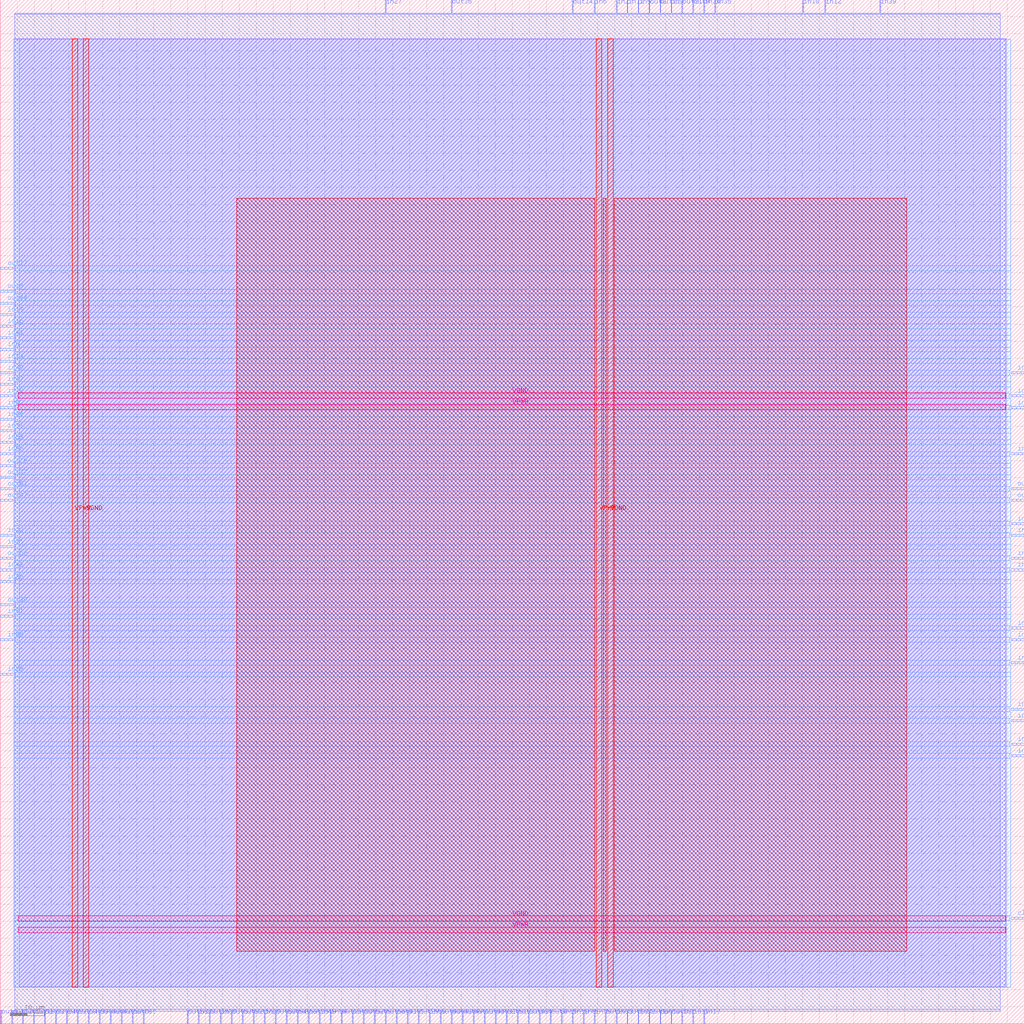
<source format=lef>
VERSION 5.7 ;
  NOWIREEXTENSIONATPIN ON ;
  DIVIDERCHAR "/" ;
  BUSBITCHARS "[]" ;
MACRO netlist_0
  CLASS BLOCK ;
  FOREIGN netlist_0 ;
  ORIGIN 0.000 0.000 ;
  SIZE 300.000 BY 300.000 ;
  PIN VGND
    DIRECTION INOUT ;
    USE GROUND ;
    PORT
      LAYER met4 ;
        RECT 24.340 10.640 25.940 288.560 ;
    END
    PORT
      LAYER met4 ;
        RECT 177.940 10.640 179.540 288.560 ;
    END
    PORT
      LAYER met5 ;
        RECT 5.280 30.030 294.640 31.630 ;
    END
    PORT
      LAYER met5 ;
        RECT 5.280 183.210 294.640 184.810 ;
    END
  END VGND
  PIN VPWR
    DIRECTION INOUT ;
    USE POWER ;
    PORT
      LAYER met4 ;
        RECT 21.040 10.640 22.640 288.560 ;
    END
    PORT
      LAYER met4 ;
        RECT 174.640 10.640 176.240 288.560 ;
    END
    PORT
      LAYER met5 ;
        RECT 5.280 26.730 294.640 28.330 ;
    END
    PORT
      LAYER met5 ;
        RECT 5.280 179.910 294.640 181.510 ;
    END
  END VPWR
  PIN clk
    DIRECTION INPUT ;
    USE SIGNAL ;
    ANTENNAGATEAREA 0.852000 ;
    ANTENNADIFFAREA 0.434700 ;
    PORT
      LAYER met3 ;
        RECT 296.000 30.640 300.000 31.240 ;
    END
  END clk
  PIN in0
    DIRECTION INPUT ;
    USE SIGNAL ;
    ANTENNAGATEAREA 0.247500 ;
    ANTENNADIFFAREA 0.434700 ;
    PORT
      LAYER met3 ;
        RECT 0.000 197.240 4.000 197.840 ;
    END
  END in0
  PIN in1
    DIRECTION INPUT ;
    USE SIGNAL ;
    ANTENNAGATEAREA 0.426000 ;
    ANTENNADIFFAREA 0.434700 ;
    PORT
      LAYER met3 ;
        RECT 296.000 88.440 300.000 89.040 ;
    END
  END in1
  PIN in10
    DIRECTION INPUT ;
    USE SIGNAL ;
    ANTENNAGATEAREA 0.247500 ;
    ANTENNADIFFAREA 0.434700 ;
    PORT
      LAYER met3 ;
        RECT 296.000 91.840 300.000 92.440 ;
    END
  END in10
  PIN in11
    DIRECTION INPUT ;
    USE SIGNAL ;
    ANTENNAGATEAREA 0.247500 ;
    ANTENNADIFFAREA 0.434700 ;
    PORT
      LAYER met2 ;
        RECT 183.630 296.000 183.910 300.000 ;
    END
  END in11
  PIN in12
    DIRECTION INPUT ;
    USE SIGNAL ;
    ANTENNAGATEAREA 0.247500 ;
    ANTENNADIFFAREA 0.434700 ;
    PORT
      LAYER met2 ;
        RECT 241.590 296.000 241.870 300.000 ;
    END
  END in12
  PIN in13
    DIRECTION INPUT ;
    USE SIGNAL ;
    ANTENNAGATEAREA 0.495000 ;
    ANTENNADIFFAREA 0.434700 ;
    PORT
      LAYER met3 ;
        RECT 0.000 207.440 4.000 208.040 ;
    END
  END in13
  PIN in14
    DIRECTION INPUT ;
    USE SIGNAL ;
    ANTENNAGATEAREA 0.426000 ;
    ANTENNADIFFAREA 0.434700 ;
    PORT
      LAYER met3 ;
        RECT 0.000 193.840 4.000 194.440 ;
    END
  END in14
  PIN in15
    DIRECTION INPUT ;
    USE SIGNAL ;
    ANTENNAGATEAREA 0.213000 ;
    ANTENNADIFFAREA 0.434700 ;
    PORT
      LAYER met2 ;
        RECT 173.970 0.000 174.250 4.000 ;
    END
  END in15
  PIN in16
    DIRECTION INPUT ;
    USE SIGNAL ;
    ANTENNAGATEAREA 0.213000 ;
    ANTENNADIFFAREA 0.434700 ;
    PORT
      LAYER met3 ;
        RECT 0.000 204.040 4.000 204.640 ;
    END
  END in16
  PIN in17
    DIRECTION INPUT ;
    USE SIGNAL ;
    ANTENNAGATEAREA 0.426000 ;
    ANTENNADIFFAREA 0.434700 ;
    PORT
      LAYER met2 ;
        RECT 206.170 0.000 206.450 4.000 ;
    END
  END in17
  PIN in18
    DIRECTION INPUT ;
    USE SIGNAL ;
    ANTENNAGATEAREA 0.213000 ;
    ANTENNADIFFAREA 0.434700 ;
    PORT
      LAYER met2 ;
        RECT 235.150 296.000 235.430 300.000 ;
    END
  END in18
  PIN in19
    DIRECTION INPUT ;
    USE SIGNAL ;
    ANTENNAGATEAREA 0.213000 ;
    ANTENNADIFFAREA 0.434700 ;
    PORT
      LAYER met3 ;
        RECT 0.000 183.640 4.000 184.240 ;
    END
  END in19
  PIN in2
    DIRECTION INPUT ;
    USE SIGNAL ;
    ANTENNAGATEAREA 0.247500 ;
    ANTENNADIFFAREA 0.434700 ;
    PORT
      LAYER met2 ;
        RECT 180.410 296.000 180.690 300.000 ;
    END
  END in2
  PIN in20
    DIRECTION INPUT ;
    USE SIGNAL ;
    ANTENNAGATEAREA 0.247500 ;
    ANTENNADIFFAREA 0.434700 ;
    PORT
      LAYER met2 ;
        RECT 77.370 0.000 77.650 4.000 ;
    END
  END in20
  PIN in21
    DIRECTION INPUT ;
    USE SIGNAL ;
    ANTENNAGATEAREA 0.247500 ;
    ANTENNADIFFAREA 0.434700 ;
    PORT
      LAYER met3 ;
        RECT 296.000 166.640 300.000 167.240 ;
    END
  END in21
  PIN in22
    DIRECTION INPUT ;
    USE SIGNAL ;
    ANTENNAGATEAREA 0.213000 ;
    ANTENNADIFFAREA 0.434700 ;
    PORT
      LAYER met3 ;
        RECT 0.000 142.840 4.000 143.440 ;
    END
  END in22
  PIN in23
    DIRECTION INPUT ;
    USE SIGNAL ;
    ANTENNAGATEAREA 0.159000 ;
    ANTENNADIFFAREA 0.434700 ;
    PORT
      LAYER met2 ;
        RECT 58.050 0.000 58.330 4.000 ;
    END
  END in23
  PIN in24
    DIRECTION INPUT ;
    USE SIGNAL ;
    ANTENNAGATEAREA 0.159000 ;
    ANTENNADIFFAREA 0.434700 ;
    PORT
      LAYER met3 ;
        RECT 296.000 78.240 300.000 78.840 ;
    END
  END in24
  PIN in25
    DIRECTION INPUT ;
    USE SIGNAL ;
    ANTENNAGATEAREA 0.159000 ;
    ANTENNADIFFAREA 0.434700 ;
    PORT
      LAYER met3 ;
        RECT 0.000 139.440 4.000 140.040 ;
    END
  END in25
  PIN in26
    DIRECTION INPUT ;
    USE SIGNAL ;
    ANTENNAGATEAREA 0.213000 ;
    ANTENNADIFFAREA 0.434700 ;
    PORT
      LAYER met3 ;
        RECT 0.000 129.240 4.000 129.840 ;
    END
  END in26
  PIN in27
    DIRECTION INPUT ;
    USE SIGNAL ;
    ANTENNAGATEAREA 0.159000 ;
    ANTENNADIFFAREA 0.434700 ;
    PORT
      LAYER met2 ;
        RECT 112.790 296.000 113.070 300.000 ;
    END
  END in27
  PIN in28
    DIRECTION INPUT ;
    USE SIGNAL ;
    ANTENNAGATEAREA 0.213000 ;
    ANTENNADIFFAREA 0.434700 ;
    PORT
      LAYER met3 ;
        RECT 296.000 105.440 300.000 106.040 ;
    END
  END in28
  PIN in29
    DIRECTION INPUT ;
    USE SIGNAL ;
    ANTENNAGATEAREA 0.213000 ;
    ANTENNADIFFAREA 0.434700 ;
    PORT
      LAYER met3 ;
        RECT 0.000 102.040 4.000 102.640 ;
    END
  END in29
  PIN in3
    DIRECTION INPUT ;
    USE SIGNAL ;
    ANTENNAGATEAREA 0.247500 ;
    ANTENNADIFFAREA 0.434700 ;
    PORT
      LAYER met3 ;
        RECT 296.000 142.840 300.000 143.440 ;
    END
  END in3
  PIN in30
    DIRECTION INPUT ;
    USE SIGNAL ;
    ANTENNAGATEAREA 0.159000 ;
    ANTENNADIFFAREA 0.434700 ;
    PORT
      LAYER met2 ;
        RECT 64.490 0.000 64.770 4.000 ;
    END
  END in30
  PIN in31
    DIRECTION INPUT ;
    USE SIGNAL ;
    ANTENNAGATEAREA 0.213000 ;
    ANTENNADIFFAREA 0.434700 ;
    PORT
      LAYER met3 ;
        RECT 0.000 173.440 4.000 174.040 ;
    END
  END in31
  PIN in32
    DIRECTION INPUT ;
    USE SIGNAL ;
    ANTENNAGATEAREA 0.213000 ;
    ANTENNADIFFAREA 0.434700 ;
    PORT
      LAYER met2 ;
        RECT 186.850 0.000 187.130 4.000 ;
    END
  END in32
  PIN in33
    DIRECTION INPUT ;
    USE SIGNAL ;
    ANTENNAGATEAREA 0.159000 ;
    ANTENNADIFFAREA 0.434700 ;
    PORT
      LAYER met2 ;
        RECT 180.410 0.000 180.690 4.000 ;
    END
  END in33
  PIN in34
    DIRECTION INPUT ;
    USE SIGNAL ;
    ANTENNAGATEAREA 0.247500 ;
    ANTENNADIFFAREA 0.434700 ;
    PORT
      LAYER met2 ;
        RECT 206.170 296.000 206.450 300.000 ;
    END
  END in34
  PIN in35
    DIRECTION INPUT ;
    USE SIGNAL ;
    ANTENNAGATEAREA 0.159000 ;
    ANTENNADIFFAREA 0.434700 ;
    PORT
      LAYER met2 ;
        RECT 209.390 296.000 209.670 300.000 ;
    END
  END in35
  PIN in36
    DIRECTION INPUT ;
    USE SIGNAL ;
    ANTENNAGATEAREA 0.213000 ;
    ANTENNADIFFAREA 0.434700 ;
    PORT
      LAYER met3 ;
        RECT 296.000 190.440 300.000 191.040 ;
    END
  END in36
  PIN in37
    DIRECTION INPUT ;
    USE SIGNAL ;
    ANTENNAGATEAREA 0.247500 ;
    ANTENNADIFFAREA 0.434700 ;
    PORT
      LAYER met2 ;
        RECT 202.950 0.000 203.230 4.000 ;
    END
  END in37
  PIN in38
    DIRECTION INPUT ;
    USE SIGNAL ;
    ANTENNAGATEAREA 0.426000 ;
    ANTENNADIFFAREA 0.434700 ;
    PORT
      LAYER met3 ;
        RECT 296.000 81.640 300.000 82.240 ;
    END
  END in38
  PIN in39
    DIRECTION INPUT ;
    USE SIGNAL ;
    ANTENNAGATEAREA 0.213000 ;
    ANTENNADIFFAREA 0.434700 ;
    PORT
      LAYER met2 ;
        RECT 257.690 296.000 257.970 300.000 ;
    END
  END in39
  PIN in4
    DIRECTION INPUT ;
    USE SIGNAL ;
    ANTENNAGATEAREA 0.213000 ;
    ANTENNADIFFAREA 0.434700 ;
    PORT
      LAYER met2 ;
        RECT 157.870 0.000 158.150 4.000 ;
    END
  END in4
  PIN in40
    DIRECTION INPUT ;
    USE SIGNAL ;
    ANTENNAGATEAREA 0.159000 ;
    ANTENNADIFFAREA 0.434700 ;
    PORT
      LAYER met3 ;
        RECT 0.000 190.440 4.000 191.040 ;
    END
  END in40
  PIN in41
    DIRECTION INPUT ;
    USE SIGNAL ;
    ANTENNAGATEAREA 0.213000 ;
    ANTENNADIFFAREA 0.434700 ;
    PORT
      LAYER met3 ;
        RECT 0.000 200.640 4.000 201.240 ;
    END
  END in41
  PIN in42
    DIRECTION INPUT ;
    USE SIGNAL ;
    ANTENNAGATEAREA 0.159000 ;
    ANTENNADIFFAREA 0.434700 ;
    PORT
      LAYER met3 ;
        RECT 0.000 132.640 4.000 133.240 ;
    END
  END in42
  PIN in43
    DIRECTION INPUT ;
    USE SIGNAL ;
    ANTENNAGATEAREA 0.159000 ;
    ANTENNADIFFAREA 0.434700 ;
    PORT
      LAYER met3 ;
        RECT 296.000 183.640 300.000 184.240 ;
    END
  END in43
  PIN in44
    DIRECTION INPUT ;
    USE SIGNAL ;
    ANTENNAGATEAREA 0.213000 ;
    ANTENNADIFFAREA 0.434700 ;
    PORT
      LAYER met3 ;
        RECT 0.000 176.840 4.000 177.440 ;
    END
  END in44
  PIN in45
    DIRECTION INPUT ;
    USE SIGNAL ;
    ANTENNAGATEAREA 0.213000 ;
    ANTENNADIFFAREA 0.434700 ;
    PORT
      LAYER met3 ;
        RECT 296.000 146.240 300.000 146.840 ;
    END
  END in45
  PIN in46
    DIRECTION INPUT ;
    USE SIGNAL ;
    ANTENNAGATEAREA 0.159000 ;
    ANTENNADIFFAREA 0.434700 ;
    PORT
      LAYER met3 ;
        RECT 296.000 112.240 300.000 112.840 ;
    END
  END in46
  PIN in47
    DIRECTION INPUT ;
    USE SIGNAL ;
    ANTENNAGATEAREA 0.159000 ;
    ANTENNADIFFAREA 0.434700 ;
    PORT
      LAYER met3 ;
        RECT 0.000 187.040 4.000 187.640 ;
    END
  END in47
  PIN in48
    DIRECTION INPUT ;
    USE SIGNAL ;
    ANTENNAGATEAREA 0.159000 ;
    ANTENNADIFFAREA 0.434700 ;
    PORT
      LAYER met3 ;
        RECT 296.000 115.640 300.000 116.240 ;
    END
  END in48
  PIN in49
    DIRECTION INPUT ;
    USE SIGNAL ;
    ANTENNAGATEAREA 0.213000 ;
    ANTENNADIFFAREA 0.434700 ;
    PORT
      LAYER met2 ;
        RECT 93.470 0.000 93.750 4.000 ;
    END
  END in49
  PIN in5
    DIRECTION INPUT ;
    USE SIGNAL ;
    ANTENNAGATEAREA 0.213000 ;
    ANTENNADIFFAREA 0.434700 ;
    PORT
      LAYER met2 ;
        RECT 186.850 296.000 187.130 300.000 ;
    END
  END in5
  PIN in50
    DIRECTION INPUT ;
    USE SIGNAL ;
    ANTENNAGATEAREA 0.159000 ;
    ANTENNADIFFAREA 0.434700 ;
    PORT
      LAYER met2 ;
        RECT 125.670 0.000 125.950 4.000 ;
    END
  END in50
  PIN in51
    DIRECTION INPUT ;
    USE SIGNAL ;
    ANTENNAGATEAREA 0.126000 ;
    ANTENNADIFFAREA 0.434700 ;
    PORT
      LAYER met3 ;
        RECT 0.000 119.040 4.000 119.640 ;
    END
  END in51
  PIN in52
    DIRECTION INPUT ;
    USE SIGNAL ;
    ANTENNAGATEAREA 0.159000 ;
    ANTENNADIFFAREA 0.434700 ;
    PORT
      LAYER met3 ;
        RECT 0.000 180.240 4.000 180.840 ;
    END
  END in52
  PIN in53
    DIRECTION INPUT ;
    USE SIGNAL ;
    ANTENNAGATEAREA 0.247500 ;
    ANTENNADIFFAREA 0.434700 ;
    PORT
      LAYER met3 ;
        RECT 0.000 170.040 4.000 170.640 ;
    END
  END in53
  PIN in54
    DIRECTION INPUT ;
    USE SIGNAL ;
    ANTENNAGATEAREA 0.159000 ;
    ANTENNADIFFAREA 0.434700 ;
    PORT
      LAYER met2 ;
        RECT 96.690 0.000 96.970 4.000 ;
    END
  END in54
  PIN in55
    DIRECTION INPUT ;
    USE SIGNAL ;
    ANTENNAGATEAREA 0.159000 ;
    ANTENNADIFFAREA 0.434700 ;
    PORT
      LAYER met3 ;
        RECT 0.000 112.240 4.000 112.840 ;
    END
  END in55
  PIN in56
    DIRECTION INPUT ;
    USE SIGNAL ;
    ANTENNAGATEAREA 0.213000 ;
    ANTENNADIFFAREA 0.434700 ;
    PORT
      LAYER met3 ;
        RECT 0.000 166.640 4.000 167.240 ;
    END
  END in56
  PIN in57
    DIRECTION INPUT ;
    USE SIGNAL ;
    ANTENNAGATEAREA 0.213000 ;
    ANTENNADIFFAREA 0.434700 ;
    PORT
      LAYER met3 ;
        RECT 296.000 132.640 300.000 133.240 ;
    END
  END in57
  PIN in58
    DIRECTION INPUT ;
    USE SIGNAL ;
    ANTENNAGATEAREA 0.213000 ;
    ANTENNADIFFAREA 0.434700 ;
    PORT
      LAYER met2 ;
        RECT 167.530 0.000 167.810 4.000 ;
    END
  END in58
  PIN in59
    DIRECTION INPUT ;
    USE SIGNAL ;
    ANTENNAGATEAREA 0.213000 ;
    ANTENNADIFFAREA 0.434700 ;
    PORT
      LAYER met3 ;
        RECT 296.000 136.040 300.000 136.640 ;
    END
  END in59
  PIN in6
    DIRECTION INPUT ;
    USE SIGNAL ;
    ANTENNAGATEAREA 0.213000 ;
    ANTENNADIFFAREA 0.434700 ;
    PORT
      LAYER met2 ;
        RECT 173.970 296.000 174.250 300.000 ;
    END
  END in6
  PIN in60
    DIRECTION INPUT ;
    USE SIGNAL ;
    ANTENNAGATEAREA 0.213000 ;
    ANTENNADIFFAREA 0.434700 ;
    PORT
      LAYER met2 ;
        RECT 164.310 0.000 164.590 4.000 ;
    END
  END in60
  PIN in61
    DIRECTION INPUT ;
    USE SIGNAL ;
    ANTENNAGATEAREA 0.159000 ;
    ANTENNADIFFAREA 0.434700 ;
    PORT
      LAYER met3 ;
        RECT 296.000 180.240 300.000 180.840 ;
    END
  END in61
  PIN in7
    DIRECTION INPUT ;
    USE SIGNAL ;
    ANTENNAGATEAREA 0.159000 ;
    ANTENNADIFFAREA 0.434700 ;
    PORT
      LAYER met2 ;
        RECT 199.730 0.000 200.010 4.000 ;
    END
  END in7
  PIN in8
    DIRECTION INPUT ;
    USE SIGNAL ;
    ANTENNAGATEAREA 0.247500 ;
    ANTENNADIFFAREA 0.434700 ;
    PORT
      LAYER met2 ;
        RECT 170.750 0.000 171.030 4.000 ;
    END
  END in8
  PIN in9
    DIRECTION INPUT ;
    USE SIGNAL ;
    ANTENNAGATEAREA 0.247500 ;
    ANTENNADIFFAREA 0.434700 ;
    PORT
      LAYER met2 ;
        RECT 196.510 296.000 196.790 300.000 ;
    END
  END in9
  PIN out0
    DIRECTION OUTPUT ;
    USE SIGNAL ;
    PORT
      LAYER met2 ;
        RECT 0.090 0.000 0.370 4.000 ;
    END
  END out0
  PIN out1
    DIRECTION OUTPUT ;
    USE SIGNAL ;
    ANTENNADIFFAREA 0.445500 ;
    PORT
      LAYER met2 ;
        RECT 119.230 0.000 119.510 4.000 ;
    END
  END out1
  PIN out10
    DIRECTION OUTPUT ;
    USE SIGNAL ;
    ANTENNADIFFAREA 0.445500 ;
    PORT
      LAYER met2 ;
        RECT 193.290 0.000 193.570 4.000 ;
    END
  END out10
  PIN out11
    DIRECTION OUTPUT ;
    USE SIGNAL ;
    ANTENNADIFFAREA 0.795200 ;
    PORT
      LAYER met2 ;
        RECT 193.290 296.000 193.570 300.000 ;
    END
  END out11
  PIN out12
    DIRECTION OUTPUT ;
    USE SIGNAL ;
    PORT
      LAYER met2 ;
        RECT 3.310 0.000 3.590 4.000 ;
    END
  END out12
  PIN out13
    DIRECTION OUTPUT ;
    USE SIGNAL ;
    ANTENNADIFFAREA 0.445500 ;
    PORT
      LAYER met2 ;
        RECT 196.510 0.000 196.790 4.000 ;
    END
  END out13
  PIN out14
    DIRECTION OUTPUT ;
    USE SIGNAL ;
    ANTENNADIFFAREA 0.795200 ;
    PORT
      LAYER met2 ;
        RECT 167.530 296.000 167.810 300.000 ;
    END
  END out14
  PIN out15
    DIRECTION OUTPUT ;
    USE SIGNAL ;
    PORT
      LAYER met2 ;
        RECT 6.530 0.000 6.810 4.000 ;
    END
  END out15
  PIN out16
    DIRECTION OUTPUT ;
    USE SIGNAL ;
    PORT
      LAYER met2 ;
        RECT 9.750 0.000 10.030 4.000 ;
    END
  END out16
  PIN out17
    DIRECTION OUTPUT ;
    USE SIGNAL ;
    ANTENNADIFFAREA 0.445500 ;
    PORT
      LAYER met3 ;
        RECT 0.000 221.040 4.000 221.640 ;
    END
  END out17
  PIN out18
    DIRECTION OUTPUT ;
    USE SIGNAL ;
    ANTENNADIFFAREA 0.445500 ;
    PORT
      LAYER met2 ;
        RECT 183.630 0.000 183.910 4.000 ;
    END
  END out18
  PIN out19
    DIRECTION OUTPUT ;
    USE SIGNAL ;
    ANTENNADIFFAREA 0.445500 ;
    PORT
      LAYER met2 ;
        RECT 190.070 0.000 190.350 4.000 ;
    END
  END out19
  PIN out2
    DIRECTION OUTPUT ;
    USE SIGNAL ;
    ANTENNADIFFAREA 0.795200 ;
    PORT
      LAYER met2 ;
        RECT 190.070 296.000 190.350 300.000 ;
    END
  END out2
  PIN out20
    DIRECTION OUTPUT ;
    USE SIGNAL ;
    ANTENNADIFFAREA 0.445500 ;
    PORT
      LAYER met2 ;
        RECT 177.190 0.000 177.470 4.000 ;
    END
  END out20
  PIN out21
    DIRECTION OUTPUT ;
    USE SIGNAL ;
    ANTENNADIFFAREA 0.795200 ;
    PORT
      LAYER met2 ;
        RECT 199.730 296.000 200.010 300.000 ;
    END
  END out21
  PIN out22
    DIRECTION OUTPUT ;
    USE SIGNAL ;
    PORT
      LAYER met2 ;
        RECT 12.970 0.000 13.250 4.000 ;
    END
  END out22
  PIN out23
    DIRECTION OUTPUT ;
    USE SIGNAL ;
    ANTENNADIFFAREA 0.445500 ;
    PORT
      LAYER met2 ;
        RECT 138.550 0.000 138.830 4.000 ;
    END
  END out23
  PIN out24
    DIRECTION OUTPUT ;
    USE SIGNAL ;
    PORT
      LAYER met2 ;
        RECT 16.190 0.000 16.470 4.000 ;
    END
  END out24
  PIN out25
    DIRECTION OUTPUT ;
    USE SIGNAL ;
    ANTENNADIFFAREA 0.445500 ;
    PORT
      LAYER met2 ;
        RECT 99.910 0.000 100.190 4.000 ;
    END
  END out25
  PIN out26
    DIRECTION OUTPUT ;
    USE SIGNAL ;
    ANTENNADIFFAREA 0.445500 ;
    PORT
      LAYER met2 ;
        RECT 61.270 0.000 61.550 4.000 ;
    END
  END out26
  PIN out27
    DIRECTION OUTPUT ;
    USE SIGNAL ;
    PORT
      LAYER met2 ;
        RECT 19.410 0.000 19.690 4.000 ;
    END
  END out27
  PIN out28
    DIRECTION OUTPUT ;
    USE SIGNAL ;
    ANTENNADIFFAREA 0.445500 ;
    PORT
      LAYER met2 ;
        RECT 103.130 0.000 103.410 4.000 ;
    END
  END out28
  PIN out29
    DIRECTION OUTPUT ;
    USE SIGNAL ;
    ANTENNADIFFAREA 0.445500 ;
    PORT
      LAYER met2 ;
        RECT 122.450 0.000 122.730 4.000 ;
    END
  END out29
  PIN out3
    DIRECTION OUTPUT ;
    USE SIGNAL ;
    ANTENNADIFFAREA 0.340600 ;
    PORT
      LAYER met3 ;
        RECT 296.000 156.440 300.000 157.040 ;
    END
  END out3
  PIN out30
    DIRECTION OUTPUT ;
    USE SIGNAL ;
    ANTENNADIFFAREA 0.445500 ;
    PORT
      LAYER met3 ;
        RECT 0.000 122.440 4.000 123.040 ;
    END
  END out30
  PIN out31
    DIRECTION OUTPUT ;
    USE SIGNAL ;
    ANTENNADIFFAREA 0.445500 ;
    PORT
      LAYER met2 ;
        RECT 144.990 0.000 145.270 4.000 ;
    END
  END out31
  PIN out32
    DIRECTION OUTPUT ;
    USE SIGNAL ;
    ANTENNADIFFAREA 0.445500 ;
    PORT
      LAYER met2 ;
        RECT 70.930 0.000 71.210 4.000 ;
    END
  END out32
  PIN out33
    DIRECTION OUTPUT ;
    USE SIGNAL ;
    ANTENNADIFFAREA 0.445500 ;
    PORT
      LAYER met2 ;
        RECT 151.430 0.000 151.710 4.000 ;
    END
  END out33
  PIN out34
    DIRECTION OUTPUT ;
    USE SIGNAL ;
    PORT
      LAYER met2 ;
        RECT 22.630 0.000 22.910 4.000 ;
    END
  END out34
  PIN out35
    DIRECTION OUTPUT ;
    USE SIGNAL ;
    ANTENNADIFFAREA 0.445500 ;
    PORT
      LAYER met2 ;
        RECT 90.250 0.000 90.530 4.000 ;
    END
  END out35
  PIN out36
    DIRECTION OUTPUT ;
    USE SIGNAL ;
    ANTENNADIFFAREA 0.795200 ;
    PORT
      LAYER met2 ;
        RECT 132.110 296.000 132.390 300.000 ;
    END
  END out36
  PIN out37
    DIRECTION OUTPUT ;
    USE SIGNAL ;
    ANTENNADIFFAREA 0.445500 ;
    PORT
      LAYER met3 ;
        RECT 0.000 159.840 4.000 160.440 ;
    END
  END out37
  PIN out38
    DIRECTION OUTPUT ;
    USE SIGNAL ;
    ANTENNADIFFAREA 0.445500 ;
    PORT
      LAYER met3 ;
        RECT 0.000 163.240 4.000 163.840 ;
    END
  END out38
  PIN out39
    DIRECTION OUTPUT ;
    USE SIGNAL ;
    PORT
      LAYER met2 ;
        RECT 25.850 0.000 26.130 4.000 ;
    END
  END out39
  PIN out4
    DIRECTION OUTPUT ;
    USE SIGNAL ;
    ANTENNADIFFAREA 0.445500 ;
    PORT
      LAYER met2 ;
        RECT 161.090 0.000 161.370 4.000 ;
    END
  END out4
  PIN out40
    DIRECTION OUTPUT ;
    USE SIGNAL ;
    PORT
      LAYER met2 ;
        RECT 29.070 0.000 29.350 4.000 ;
    END
  END out40
  PIN out41
    DIRECTION OUTPUT ;
    USE SIGNAL ;
    ANTENNADIFFAREA 0.445500 ;
    PORT
      LAYER met2 ;
        RECT 116.010 0.000 116.290 4.000 ;
    END
  END out41
  PIN out42
    DIRECTION OUTPUT ;
    USE SIGNAL ;
    ANTENNADIFFAREA 0.445500 ;
    PORT
      LAYER met2 ;
        RECT 154.650 0.000 154.930 4.000 ;
    END
  END out42
  PIN out43
    DIRECTION OUTPUT ;
    USE SIGNAL ;
    PORT
      LAYER met2 ;
        RECT 32.290 0.000 32.570 4.000 ;
    END
  END out43
  PIN out44
    DIRECTION OUTPUT ;
    USE SIGNAL ;
    ANTENNADIFFAREA 0.445500 ;
    PORT
      LAYER met3 ;
        RECT 0.000 210.840 4.000 211.440 ;
    END
  END out44
  PIN out45
    DIRECTION OUTPUT ;
    USE SIGNAL ;
    ANTENNADIFFAREA 0.445500 ;
    PORT
      LAYER met2 ;
        RECT 132.110 0.000 132.390 4.000 ;
    END
  END out45
  PIN out46
    DIRECTION OUTPUT ;
    USE SIGNAL ;
    ANTENNADIFFAREA 0.445500 ;
    PORT
      LAYER met2 ;
        RECT 141.770 0.000 142.050 4.000 ;
    END
  END out46
  PIN out47
    DIRECTION OUTPUT ;
    USE SIGNAL ;
    ANTENNADIFFAREA 0.445500 ;
    PORT
      LAYER met3 ;
        RECT 0.000 153.040 4.000 153.640 ;
    END
  END out47
  PIN out48
    DIRECTION OUTPUT ;
    USE SIGNAL ;
    ANTENNADIFFAREA 0.445500 ;
    PORT
      LAYER met2 ;
        RECT 128.890 0.000 129.170 4.000 ;
    END
  END out48
  PIN out49
    DIRECTION OUTPUT ;
    USE SIGNAL ;
    ANTENNADIFFAREA 0.445500 ;
    PORT
      LAYER met2 ;
        RECT 135.330 0.000 135.610 4.000 ;
    END
  END out49
  PIN out5
    DIRECTION OUTPUT ;
    USE SIGNAL ;
    ANTENNADIFFAREA 0.445500 ;
    PORT
      LAYER met2 ;
        RECT 109.570 0.000 109.850 4.000 ;
    END
  END out5
  PIN out50
    DIRECTION OUTPUT ;
    USE SIGNAL ;
    ANTENNADIFFAREA 0.445500 ;
    PORT
      LAYER met3 ;
        RECT 0.000 136.040 4.000 136.640 ;
    END
  END out50
  PIN out51
    DIRECTION OUTPUT ;
    USE SIGNAL ;
    ANTENNADIFFAREA 0.445500 ;
    PORT
      LAYER met2 ;
        RECT 148.210 0.000 148.490 4.000 ;
    END
  END out51
  PIN out52
    DIRECTION OUTPUT ;
    USE SIGNAL ;
    ANTENNADIFFAREA 0.445500 ;
    PORT
      LAYER met2 ;
        RECT 106.350 0.000 106.630 4.000 ;
    END
  END out52
  PIN out53
    DIRECTION OUTPUT ;
    USE SIGNAL ;
    ANTENNADIFFAREA 0.445500 ;
    PORT
      LAYER met2 ;
        RECT 54.830 0.000 55.110 4.000 ;
    END
  END out53
  PIN out54
    DIRECTION OUTPUT ;
    USE SIGNAL ;
    ANTENNADIFFAREA 0.445500 ;
    PORT
      LAYER met2 ;
        RECT 83.810 0.000 84.090 4.000 ;
    END
  END out54
  PIN out55
    DIRECTION OUTPUT ;
    USE SIGNAL ;
    ANTENNADIFFAREA 0.445500 ;
    PORT
      LAYER met2 ;
        RECT 74.150 0.000 74.430 4.000 ;
    END
  END out55
  PIN out56
    DIRECTION OUTPUT ;
    USE SIGNAL ;
    ANTENNADIFFAREA 0.445500 ;
    PORT
      LAYER met2 ;
        RECT 112.790 0.000 113.070 4.000 ;
    END
  END out56
  PIN out57
    DIRECTION OUTPUT ;
    USE SIGNAL ;
    ANTENNADIFFAREA 0.445500 ;
    PORT
      LAYER met2 ;
        RECT 67.710 0.000 67.990 4.000 ;
    END
  END out57
  PIN out58
    DIRECTION OUTPUT ;
    USE SIGNAL ;
    PORT
      LAYER met2 ;
        RECT 35.510 0.000 35.790 4.000 ;
    END
  END out58
  PIN out59
    DIRECTION OUTPUT ;
    USE SIGNAL ;
    ANTENNADIFFAREA 0.445500 ;
    PORT
      LAYER met2 ;
        RECT 87.030 0.000 87.310 4.000 ;
    END
  END out59
  PIN out6
    DIRECTION OUTPUT ;
    USE SIGNAL ;
    ANTENNADIFFAREA 0.445500 ;
    PORT
      LAYER met3 ;
        RECT 0.000 214.240 4.000 214.840 ;
    END
  END out6
  PIN out60
    DIRECTION OUTPUT ;
    USE SIGNAL ;
    ANTENNADIFFAREA 0.445500 ;
    PORT
      LAYER met2 ;
        RECT 80.590 0.000 80.870 4.000 ;
    END
  END out60
  PIN out61
    DIRECTION OUTPUT ;
    USE SIGNAL ;
    ANTENNADIFFAREA 0.445500 ;
    PORT
      LAYER met3 ;
        RECT 0.000 156.440 4.000 157.040 ;
    END
  END out61
  PIN out7
    DIRECTION OUTPUT ;
    USE SIGNAL ;
    ANTENNADIFFAREA 0.445500 ;
    PORT
      LAYER met3 ;
        RECT 296.000 153.040 300.000 153.640 ;
    END
  END out7
  PIN out8
    DIRECTION OUTPUT ;
    USE SIGNAL ;
    PORT
      LAYER met2 ;
        RECT 38.730 0.000 39.010 4.000 ;
    END
  END out8
  PIN out9
    DIRECTION OUTPUT ;
    USE SIGNAL ;
    ANTENNADIFFAREA 0.795200 ;
    PORT
      LAYER met2 ;
        RECT 202.950 296.000 203.230 300.000 ;
    END
  END out9
  PIN rst
    DIRECTION INPUT ;
    USE SIGNAL ;
    PORT
      LAYER met2 ;
        RECT 41.950 0.000 42.230 4.000 ;
    END
  END rst
  OBS
      LAYER li1 ;
        RECT 5.520 10.795 294.400 288.405 ;
      LAYER met1 ;
        RECT 4.210 10.640 294.700 288.560 ;
      LAYER met2 ;
        RECT 4.230 295.720 112.510 296.000 ;
        RECT 113.350 295.720 131.830 296.000 ;
        RECT 132.670 295.720 167.250 296.000 ;
        RECT 168.090 295.720 173.690 296.000 ;
        RECT 174.530 295.720 180.130 296.000 ;
        RECT 180.970 295.720 183.350 296.000 ;
        RECT 184.190 295.720 186.570 296.000 ;
        RECT 187.410 295.720 189.790 296.000 ;
        RECT 190.630 295.720 193.010 296.000 ;
        RECT 193.850 295.720 196.230 296.000 ;
        RECT 197.070 295.720 199.450 296.000 ;
        RECT 200.290 295.720 202.670 296.000 ;
        RECT 203.510 295.720 205.890 296.000 ;
        RECT 206.730 295.720 209.110 296.000 ;
        RECT 209.950 295.720 234.870 296.000 ;
        RECT 235.710 295.720 241.310 296.000 ;
        RECT 242.150 295.720 257.410 296.000 ;
        RECT 258.250 295.720 292.930 296.000 ;
        RECT 4.230 4.280 292.930 295.720 ;
        RECT 4.230 3.670 6.250 4.280 ;
        RECT 7.090 3.670 9.470 4.280 ;
        RECT 10.310 3.670 12.690 4.280 ;
        RECT 13.530 3.670 15.910 4.280 ;
        RECT 16.750 3.670 19.130 4.280 ;
        RECT 19.970 3.670 22.350 4.280 ;
        RECT 23.190 3.670 25.570 4.280 ;
        RECT 26.410 3.670 28.790 4.280 ;
        RECT 29.630 3.670 32.010 4.280 ;
        RECT 32.850 3.670 35.230 4.280 ;
        RECT 36.070 3.670 38.450 4.280 ;
        RECT 39.290 3.670 41.670 4.280 ;
        RECT 42.510 3.670 54.550 4.280 ;
        RECT 55.390 3.670 57.770 4.280 ;
        RECT 58.610 3.670 60.990 4.280 ;
        RECT 61.830 3.670 64.210 4.280 ;
        RECT 65.050 3.670 67.430 4.280 ;
        RECT 68.270 3.670 70.650 4.280 ;
        RECT 71.490 3.670 73.870 4.280 ;
        RECT 74.710 3.670 77.090 4.280 ;
        RECT 77.930 3.670 80.310 4.280 ;
        RECT 81.150 3.670 83.530 4.280 ;
        RECT 84.370 3.670 86.750 4.280 ;
        RECT 87.590 3.670 89.970 4.280 ;
        RECT 90.810 3.670 93.190 4.280 ;
        RECT 94.030 3.670 96.410 4.280 ;
        RECT 97.250 3.670 99.630 4.280 ;
        RECT 100.470 3.670 102.850 4.280 ;
        RECT 103.690 3.670 106.070 4.280 ;
        RECT 106.910 3.670 109.290 4.280 ;
        RECT 110.130 3.670 112.510 4.280 ;
        RECT 113.350 3.670 115.730 4.280 ;
        RECT 116.570 3.670 118.950 4.280 ;
        RECT 119.790 3.670 122.170 4.280 ;
        RECT 123.010 3.670 125.390 4.280 ;
        RECT 126.230 3.670 128.610 4.280 ;
        RECT 129.450 3.670 131.830 4.280 ;
        RECT 132.670 3.670 135.050 4.280 ;
        RECT 135.890 3.670 138.270 4.280 ;
        RECT 139.110 3.670 141.490 4.280 ;
        RECT 142.330 3.670 144.710 4.280 ;
        RECT 145.550 3.670 147.930 4.280 ;
        RECT 148.770 3.670 151.150 4.280 ;
        RECT 151.990 3.670 154.370 4.280 ;
        RECT 155.210 3.670 157.590 4.280 ;
        RECT 158.430 3.670 160.810 4.280 ;
        RECT 161.650 3.670 164.030 4.280 ;
        RECT 164.870 3.670 167.250 4.280 ;
        RECT 168.090 3.670 170.470 4.280 ;
        RECT 171.310 3.670 173.690 4.280 ;
        RECT 174.530 3.670 176.910 4.280 ;
        RECT 177.750 3.670 180.130 4.280 ;
        RECT 180.970 3.670 183.350 4.280 ;
        RECT 184.190 3.670 186.570 4.280 ;
        RECT 187.410 3.670 189.790 4.280 ;
        RECT 190.630 3.670 193.010 4.280 ;
        RECT 193.850 3.670 196.230 4.280 ;
        RECT 197.070 3.670 199.450 4.280 ;
        RECT 200.290 3.670 202.670 4.280 ;
        RECT 203.510 3.670 205.890 4.280 ;
        RECT 206.730 3.670 292.930 4.280 ;
      LAYER met3 ;
        RECT 3.990 222.040 296.000 288.485 ;
        RECT 4.400 220.640 296.000 222.040 ;
        RECT 3.990 215.240 296.000 220.640 ;
        RECT 4.400 213.840 296.000 215.240 ;
        RECT 3.990 211.840 296.000 213.840 ;
        RECT 4.400 210.440 296.000 211.840 ;
        RECT 3.990 208.440 296.000 210.440 ;
        RECT 4.400 207.040 296.000 208.440 ;
        RECT 3.990 205.040 296.000 207.040 ;
        RECT 4.400 203.640 296.000 205.040 ;
        RECT 3.990 201.640 296.000 203.640 ;
        RECT 4.400 200.240 296.000 201.640 ;
        RECT 3.990 198.240 296.000 200.240 ;
        RECT 4.400 196.840 296.000 198.240 ;
        RECT 3.990 194.840 296.000 196.840 ;
        RECT 4.400 193.440 296.000 194.840 ;
        RECT 3.990 191.440 296.000 193.440 ;
        RECT 4.400 190.040 295.600 191.440 ;
        RECT 3.990 188.040 296.000 190.040 ;
        RECT 4.400 186.640 296.000 188.040 ;
        RECT 3.990 184.640 296.000 186.640 ;
        RECT 4.400 183.240 295.600 184.640 ;
        RECT 3.990 181.240 296.000 183.240 ;
        RECT 4.400 179.840 295.600 181.240 ;
        RECT 3.990 177.840 296.000 179.840 ;
        RECT 4.400 176.440 296.000 177.840 ;
        RECT 3.990 174.440 296.000 176.440 ;
        RECT 4.400 173.040 296.000 174.440 ;
        RECT 3.990 171.040 296.000 173.040 ;
        RECT 4.400 169.640 296.000 171.040 ;
        RECT 3.990 167.640 296.000 169.640 ;
        RECT 4.400 166.240 295.600 167.640 ;
        RECT 3.990 164.240 296.000 166.240 ;
        RECT 4.400 162.840 296.000 164.240 ;
        RECT 3.990 160.840 296.000 162.840 ;
        RECT 4.400 159.440 296.000 160.840 ;
        RECT 3.990 157.440 296.000 159.440 ;
        RECT 4.400 156.040 295.600 157.440 ;
        RECT 3.990 154.040 296.000 156.040 ;
        RECT 4.400 152.640 295.600 154.040 ;
        RECT 3.990 147.240 296.000 152.640 ;
        RECT 3.990 145.840 295.600 147.240 ;
        RECT 3.990 143.840 296.000 145.840 ;
        RECT 4.400 142.440 295.600 143.840 ;
        RECT 3.990 140.440 296.000 142.440 ;
        RECT 4.400 139.040 296.000 140.440 ;
        RECT 3.990 137.040 296.000 139.040 ;
        RECT 4.400 135.640 295.600 137.040 ;
        RECT 3.990 133.640 296.000 135.640 ;
        RECT 4.400 132.240 295.600 133.640 ;
        RECT 3.990 130.240 296.000 132.240 ;
        RECT 4.400 128.840 296.000 130.240 ;
        RECT 3.990 123.440 296.000 128.840 ;
        RECT 4.400 122.040 296.000 123.440 ;
        RECT 3.990 120.040 296.000 122.040 ;
        RECT 4.400 118.640 296.000 120.040 ;
        RECT 3.990 116.640 296.000 118.640 ;
        RECT 3.990 115.240 295.600 116.640 ;
        RECT 3.990 113.240 296.000 115.240 ;
        RECT 4.400 111.840 295.600 113.240 ;
        RECT 3.990 106.440 296.000 111.840 ;
        RECT 3.990 105.040 295.600 106.440 ;
        RECT 3.990 103.040 296.000 105.040 ;
        RECT 4.400 101.640 296.000 103.040 ;
        RECT 3.990 92.840 296.000 101.640 ;
        RECT 3.990 91.440 295.600 92.840 ;
        RECT 3.990 89.440 296.000 91.440 ;
        RECT 3.990 88.040 295.600 89.440 ;
        RECT 3.990 82.640 296.000 88.040 ;
        RECT 3.990 81.240 295.600 82.640 ;
        RECT 3.990 79.240 296.000 81.240 ;
        RECT 3.990 77.840 295.600 79.240 ;
        RECT 3.990 31.640 296.000 77.840 ;
        RECT 3.990 30.240 295.600 31.640 ;
        RECT 3.990 10.715 296.000 30.240 ;
      LAYER met4 ;
        RECT 69.295 21.255 174.240 241.905 ;
        RECT 176.640 21.255 177.540 241.905 ;
        RECT 179.940 21.255 265.585 241.905 ;
  END
END netlist_0
END LIBRARY


</source>
